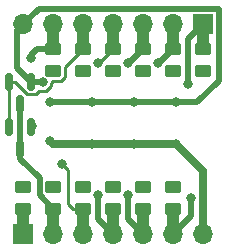
<source format=gbr>
%TF.GenerationSoftware,KiCad,Pcbnew,(6.0.2)*%
%TF.CreationDate,2023-02-28T22:47:18+08:00*%
%TF.ProjectId,OR_gate,4f525f67-6174-4652-9e6b-696361645f70,rev?*%
%TF.SameCoordinates,Original*%
%TF.FileFunction,Copper,L2,Bot*%
%TF.FilePolarity,Positive*%
%FSLAX46Y46*%
G04 Gerber Fmt 4.6, Leading zero omitted, Abs format (unit mm)*
G04 Created by KiCad (PCBNEW (6.0.2)) date 2023-02-28 22:47:18*
%MOMM*%
%LPD*%
G01*
G04 APERTURE LIST*
G04 Aperture macros list*
%AMRoundRect*
0 Rectangle with rounded corners*
0 $1 Rounding radius*
0 $2 $3 $4 $5 $6 $7 $8 $9 X,Y pos of 4 corners*
0 Add a 4 corners polygon primitive as box body*
4,1,4,$2,$3,$4,$5,$6,$7,$8,$9,$2,$3,0*
0 Add four circle primitives for the rounded corners*
1,1,$1+$1,$2,$3*
1,1,$1+$1,$4,$5*
1,1,$1+$1,$6,$7*
1,1,$1+$1,$8,$9*
0 Add four rect primitives between the rounded corners*
20,1,$1+$1,$2,$3,$4,$5,0*
20,1,$1+$1,$4,$5,$6,$7,0*
20,1,$1+$1,$6,$7,$8,$9,0*
20,1,$1+$1,$8,$9,$2,$3,0*%
G04 Aperture macros list end*
%TA.AperFunction,ComponentPad*%
%ADD10R,1.700000X1.700000*%
%TD*%
%TA.AperFunction,ComponentPad*%
%ADD11O,1.700000X1.700000*%
%TD*%
%TA.AperFunction,SMDPad,CuDef*%
%ADD12RoundRect,0.250000X-0.450000X0.262500X-0.450000X-0.262500X0.450000X-0.262500X0.450000X0.262500X0*%
%TD*%
%TA.AperFunction,SMDPad,CuDef*%
%ADD13RoundRect,0.150000X-0.150000X0.587500X-0.150000X-0.587500X0.150000X-0.587500X0.150000X0.587500X0*%
%TD*%
%TA.AperFunction,SMDPad,CuDef*%
%ADD14RoundRect,0.250000X0.450000X-0.262500X0.450000X0.262500X-0.450000X0.262500X-0.450000X-0.262500X0*%
%TD*%
%TA.AperFunction,ViaPad*%
%ADD15C,0.800000*%
%TD*%
%TA.AperFunction,Conductor*%
%ADD16C,0.635000*%
%TD*%
%TA.AperFunction,Conductor*%
%ADD17C,1.016000*%
%TD*%
%TA.AperFunction,Conductor*%
%ADD18C,0.508000*%
%TD*%
%TA.AperFunction,Conductor*%
%ADD19C,0.254000*%
%TD*%
G04 APERTURE END LIST*
D10*
%TO.P,J1,1,Pin_1*%
%TO.N,In6*%
X81280000Y-43180000D03*
D11*
%TO.P,J1,2,Pin_2*%
%TO.N,In5*%
X78740000Y-43180000D03*
%TO.P,J1,3,Pin_3*%
%TO.N,In4*%
X76200000Y-43180000D03*
%TO.P,J1,4,Pin_4*%
%TO.N,In3*%
X73660000Y-43180000D03*
%TO.P,J1,5,Pin_5*%
%TO.N,In2*%
X71120000Y-43180000D03*
%TO.P,J1,6,Pin_6*%
%TO.N,In1*%
X68580000Y-43180000D03*
%TO.P,J1,7,Pin_7*%
%TO.N,+5V*%
X66040000Y-43180000D03*
%TD*%
D10*
%TO.P,J2,1,Pin_1*%
%TO.N,Out1*%
X66040000Y-60960000D03*
D11*
%TO.P,J2,2,Pin_2*%
%TO.N,Out2*%
X68580000Y-60960000D03*
%TO.P,J2,3,Pin_3*%
%TO.N,Out3*%
X71120000Y-60960000D03*
%TO.P,J2,4,Pin_4*%
%TO.N,Out4*%
X73660000Y-60960000D03*
%TO.P,J2,5,Pin_5*%
%TO.N,Out5*%
X76200000Y-60960000D03*
%TO.P,J2,6,Pin_6*%
%TO.N,Out6*%
X78740000Y-60960000D03*
%TO.P,J2,7,Pin_7*%
%TO.N,GND*%
X81280000Y-60960000D03*
%TD*%
D12*
%TO.P,R5,1*%
%TO.N,In2*%
X71120000Y-45315500D03*
%TO.P,R5,2*%
%TO.N,Net-(D5-Pad2)*%
X71120000Y-47140500D03*
%TD*%
D13*
%TO.P,Q6,1,G*%
%TO.N,In2*%
X64836000Y-51894500D03*
%TO.P,Q6,2,S*%
%TO.N,GND*%
X66736000Y-51894500D03*
%TO.P,Q6,3,D*%
%TO.N,Out2*%
X65786000Y-53769500D03*
%TD*%
D14*
%TO.P,R3,1*%
%TO.N,Out1*%
X66040000Y-58824500D03*
%TO.P,R3,2*%
%TO.N,Net-(D3-Pad2)*%
X66040000Y-56999500D03*
%TD*%
%TO.P,R8,1*%
%TO.N,Out6*%
X78740000Y-58824500D03*
%TO.P,R8,2*%
%TO.N,Net-(D8-Pad2)*%
X78740000Y-56999500D03*
%TD*%
%TO.P,R12,1*%
%TO.N,Out4*%
X73660000Y-58824500D03*
%TO.P,R12,2*%
%TO.N,Net-(D12-Pad2)*%
X73660000Y-56999500D03*
%TD*%
D12*
%TO.P,R6,1*%
%TO.N,In6*%
X81280000Y-45315500D03*
%TO.P,R6,2*%
%TO.N,Net-(D6-Pad2)*%
X81280000Y-47140500D03*
%TD*%
%TO.P,R1,1*%
%TO.N,In1*%
X68580000Y-45315500D03*
%TO.P,R1,2*%
%TO.N,Net-(D1-Pad2)*%
X68580000Y-47140500D03*
%TD*%
D14*
%TO.P,R10,1*%
%TO.N,Out3*%
X71120000Y-58824500D03*
%TO.P,R10,2*%
%TO.N,Net-(D10-Pad2)*%
X71120000Y-56999500D03*
%TD*%
D13*
%TO.P,Q5,1,G*%
%TO.N,In2*%
X64836000Y-48084500D03*
%TO.P,Q5,2,S*%
%TO.N,+5V*%
X66736000Y-48084500D03*
%TO.P,Q5,3,D*%
%TO.N,Out2*%
X65786000Y-49959500D03*
%TD*%
D14*
%TO.P,R7,1*%
%TO.N,Out2*%
X68580000Y-58824500D03*
%TO.P,R7,2*%
%TO.N,Net-(D7-Pad2)*%
X68580000Y-56999500D03*
%TD*%
D12*
%TO.P,R11,1*%
%TO.N,In4*%
X76200000Y-45315500D03*
%TO.P,R11,2*%
%TO.N,Net-(D11-Pad2)*%
X76200000Y-47140500D03*
%TD*%
D14*
%TO.P,R4,1*%
%TO.N,Out5*%
X76200000Y-58824500D03*
%TO.P,R4,2*%
%TO.N,Net-(D4-Pad2)*%
X76200000Y-56999500D03*
%TD*%
D12*
%TO.P,R9,1*%
%TO.N,In3*%
X73660000Y-45315500D03*
%TO.P,R9,2*%
%TO.N,Net-(D9-Pad2)*%
X73660000Y-47140500D03*
%TD*%
%TO.P,R2,1*%
%TO.N,In5*%
X78740000Y-45315500D03*
%TO.P,R2,2*%
%TO.N,Net-(D2-Pad2)*%
X78740000Y-47140500D03*
%TD*%
D15*
%TO.N,GND*%
X66802000Y-51816000D03*
X75438000Y-53340000D03*
X68319750Y-53092250D03*
X78994000Y-53340000D03*
X71882000Y-53340000D03*
%TO.N,Net-(D1-Pad2)*%
X68580000Y-47244000D03*
%TO.N,Net-(D2-Pad2)*%
X78740000Y-47244000D03*
%TO.N,Net-(D3-Pad2)*%
X66040000Y-56896000D03*
%TO.N,Net-(D4-Pad2)*%
X76200000Y-56896000D03*
%TO.N,Net-(D5-Pad2)*%
X71120000Y-47244000D03*
%TO.N,Net-(D6-Pad2)*%
X81280000Y-47244000D03*
%TO.N,Net-(D7-Pad2)*%
X68580000Y-56896000D03*
%TO.N,Net-(D8-Pad2)*%
X78740000Y-56896000D03*
%TO.N,Net-(D9-Pad2)*%
X73660000Y-47244000D03*
%TO.N,Net-(D10-Pad2)*%
X71120000Y-56896000D03*
%TO.N,Net-(D11-Pad2)*%
X76200000Y-47244000D03*
%TO.N,Net-(D12-Pad2)*%
X73660000Y-56896000D03*
%TO.N,In6*%
X80010000Y-48260000D03*
%TO.N,In5*%
X77470000Y-46482000D03*
%TO.N,In4*%
X74930000Y-46482000D03*
%TO.N,In3*%
X72390000Y-46482000D03*
%TO.N,In1*%
X66736000Y-46052500D03*
%TO.N,+5V*%
X78994000Y-49784000D03*
X75438000Y-49784000D03*
X68326000Y-49784000D03*
X67683885Y-48128687D03*
X71882000Y-49784000D03*
%TO.N,Out3*%
X69342000Y-55039500D03*
%TO.N,Out4*%
X72390000Y-57658000D03*
%TO.N,Out5*%
X74930000Y-57658000D03*
%TO.N,Out6*%
X80267314Y-57872419D03*
%TD*%
D16*
%TO.N,GND*%
X68567500Y-53340000D02*
X68319750Y-53092250D01*
X78994000Y-53340000D02*
X81280000Y-55626000D01*
X81280000Y-55626000D02*
X81280000Y-60960000D01*
X71882000Y-53340000D02*
X68567500Y-53340000D01*
X75438000Y-53340000D02*
X71882000Y-53340000D01*
X78994000Y-53340000D02*
X75438000Y-53340000D01*
D17*
%TO.N,In6*%
X81280000Y-45315500D02*
X81280000Y-43180000D01*
D18*
X80010000Y-48260000D02*
X80010000Y-44450000D01*
X80010000Y-44450000D02*
X81280000Y-43180000D01*
D17*
%TO.N,In5*%
X78740000Y-45315500D02*
X78740000Y-43180000D01*
D18*
X77573500Y-46482000D02*
X78740000Y-45315500D01*
X77470000Y-46482000D02*
X77573500Y-46482000D01*
%TO.N,In4*%
X75033500Y-46482000D02*
X76200000Y-45315500D01*
D17*
X76200000Y-45315500D02*
X76200000Y-43180000D01*
D18*
X74930000Y-46482000D02*
X75033500Y-46482000D01*
D19*
%TO.N,In3*%
X72390000Y-46482000D02*
X72493500Y-46482000D01*
X72493500Y-46482000D02*
X73660000Y-45315500D01*
D17*
X73660000Y-45315500D02*
X73660000Y-43180000D01*
D19*
%TO.N,In2*%
X68606480Y-47979520D02*
X69268802Y-47979520D01*
X67382953Y-48855198D02*
X67984817Y-48855198D01*
X69268802Y-47979520D02*
X69606520Y-47641802D01*
X69606520Y-47641802D02*
X69606520Y-46828980D01*
X68410396Y-48429619D02*
X68410396Y-48175604D01*
X67984817Y-48855198D02*
X68410396Y-48429619D01*
X66386421Y-49148520D02*
X67089631Y-49148520D01*
X64836000Y-48084500D02*
X65322401Y-48084500D01*
X64836000Y-51894500D02*
X64836000Y-48084500D01*
X68410396Y-48175604D02*
X68606480Y-47979520D01*
X69606520Y-46828980D02*
X71120000Y-45315500D01*
D17*
X71120000Y-45315500D02*
X71120000Y-43180000D01*
D19*
X65322401Y-48084500D02*
X66386421Y-49148520D01*
X67089631Y-49148520D02*
X67382953Y-48855198D01*
D18*
%TO.N,In1*%
X66736000Y-46052500D02*
X66736000Y-45786000D01*
X66736000Y-45786000D02*
X67206500Y-45315500D01*
X67206500Y-45315500D02*
X68580000Y-45315500D01*
D17*
X68580000Y-45315500D02*
X68580000Y-43180000D01*
D18*
%TO.N,+5V*%
X80772000Y-49784000D02*
X82583511Y-47972489D01*
X66736000Y-48084500D02*
X67639698Y-48084500D01*
X68326000Y-49784000D02*
X71882000Y-49784000D01*
X65532000Y-43688000D02*
X65532000Y-46880500D01*
X66040000Y-43180000D02*
X65532000Y-43688000D01*
X65532000Y-46880500D02*
X66736000Y-48084500D01*
X67639698Y-48084500D02*
X67683885Y-48128687D01*
X82583511Y-41876489D02*
X67343511Y-41876489D01*
X78994000Y-49784000D02*
X80772000Y-49784000D01*
X82583511Y-47972489D02*
X82583511Y-41876489D01*
X67343511Y-41876489D02*
X66040000Y-43180000D01*
X71882000Y-49784000D02*
X78994000Y-49784000D01*
D17*
%TO.N,Out1*%
X66040000Y-58824500D02*
X66040000Y-60960000D01*
%TO.N,Out2*%
X68580000Y-58824500D02*
X68580000Y-60960000D01*
D18*
X65786000Y-54610000D02*
X67426480Y-56250480D01*
X67426480Y-56250480D02*
X67426480Y-57670980D01*
X67426480Y-57670980D02*
X68580000Y-58824500D01*
X65786000Y-49959500D02*
X65786000Y-53769500D01*
X65786000Y-53769500D02*
X65786000Y-54610000D01*
D19*
%TO.N,Out3*%
X69850000Y-58420000D02*
X70254500Y-58824500D01*
D17*
X71120000Y-58824500D02*
X71120000Y-60960000D01*
D19*
X69850000Y-55547500D02*
X69850000Y-58420000D01*
X70254500Y-58824500D02*
X71120000Y-58824500D01*
X69342000Y-55039500D02*
X69850000Y-55547500D01*
D18*
%TO.N,Out4*%
X72390000Y-59690000D02*
X73660000Y-60960000D01*
D17*
X73660000Y-58824500D02*
X73660000Y-60960000D01*
D18*
X72390000Y-57658000D02*
X72390000Y-59690000D01*
%TO.N,Out5*%
X74930000Y-59690000D02*
X76200000Y-60960000D01*
D17*
X76200000Y-58824500D02*
X76200000Y-60960000D01*
D18*
X74930000Y-57658000D02*
X74930000Y-59690000D01*
%TO.N,Out6*%
X80267314Y-57872419D02*
X80267314Y-59432686D01*
X80267314Y-59432686D02*
X78740000Y-60960000D01*
D17*
X78740000Y-58824500D02*
X78740000Y-60960000D01*
%TD*%
M02*

</source>
